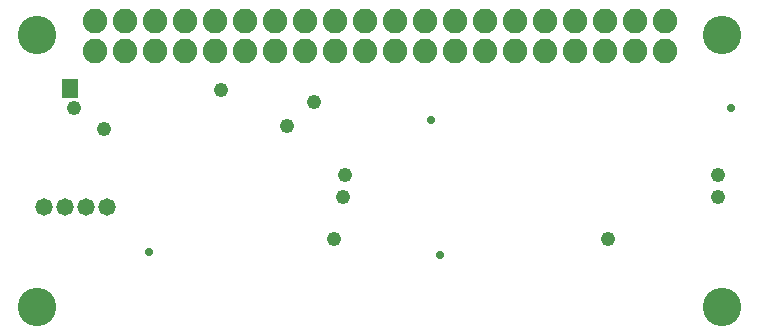
<source format=gbs>
G04*
G04 #@! TF.GenerationSoftware,Altium Limited,Altium Designer,23.3.1 (30)*
G04*
G04 Layer_Color=16711935*
%FSLAX26Y26*%
%MOIN*%
G70*
G04*
G04 #@! TF.SameCoordinates,CCAFB082-66E9-4EF7-9244-D7FC5D9F632E*
G04*
G04*
G04 #@! TF.FilePolarity,Negative*
G04*
G01*
G75*
%ADD40C,0.128000*%
%ADD41C,0.082000*%
%ADD42C,0.028000*%
%ADD43C,0.058000*%
%ADD44C,0.048000*%
%ADD53R,0.058000X0.033000*%
D40*
X2421260Y1043310D02*
D03*
X137800D02*
D03*
X2421260Y137800D02*
D03*
X137800D02*
D03*
D41*
X2229530Y1092130D02*
D03*
Y992130D02*
D03*
X2129530Y1092130D02*
D03*
Y992130D02*
D03*
X2029530Y1092130D02*
D03*
Y992130D02*
D03*
X1929530Y1092130D02*
D03*
Y992130D02*
D03*
X1829530Y1092130D02*
D03*
Y992130D02*
D03*
X1729530Y1092130D02*
D03*
Y992130D02*
D03*
X1629530Y1092130D02*
D03*
Y992130D02*
D03*
X329530Y1092130D02*
D03*
X429530D02*
D03*
X529530D02*
D03*
X629530D02*
D03*
X729530D02*
D03*
X829530D02*
D03*
X929530D02*
D03*
X1029530D02*
D03*
X1129530D02*
D03*
X1229530D02*
D03*
X1329530D02*
D03*
X1429530D02*
D03*
X1529530D02*
D03*
Y992130D02*
D03*
X1429530D02*
D03*
X1329530D02*
D03*
X1229530D02*
D03*
X1129530D02*
D03*
X1029530D02*
D03*
X929530D02*
D03*
X829530D02*
D03*
X729530D02*
D03*
X629530D02*
D03*
X529530D02*
D03*
X429530D02*
D03*
X329530D02*
D03*
D42*
X2450000Y800000D02*
D03*
X1450000Y760000D02*
D03*
X510000Y320000D02*
D03*
X1480000Y310000D02*
D03*
D43*
X370000Y470000D02*
D03*
X160000D02*
D03*
X300000D02*
D03*
X230000D02*
D03*
D44*
X2408268Y578268D02*
D03*
X2406536Y503464D02*
D03*
X1162598Y577402D02*
D03*
X1157402Y502598D02*
D03*
X1060000Y820000D02*
D03*
X970000Y740000D02*
D03*
X360000Y730000D02*
D03*
X260000Y800000D02*
D03*
X750000Y859000D02*
D03*
X2040000Y363000D02*
D03*
X1126220D02*
D03*
D53*
X247000Y881000D02*
D03*
Y849000D02*
D03*
M02*

</source>
